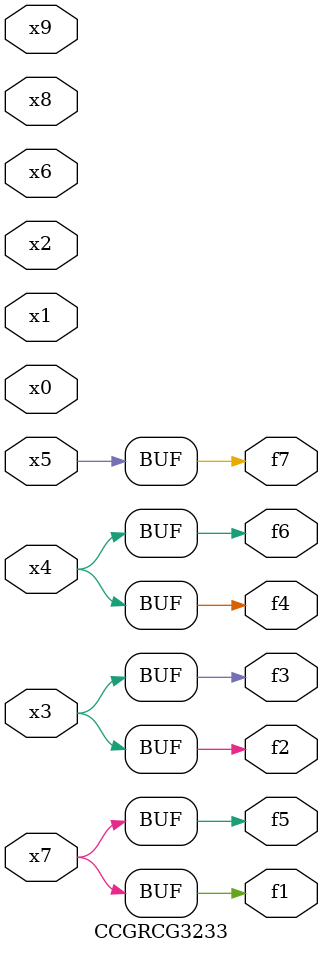
<source format=v>
module CCGRCG3233(
	input x0, x1, x2, x3, x4, x5, x6, x7, x8, x9,
	output f1, f2, f3, f4, f5, f6, f7
);
	assign f1 = x7;
	assign f2 = x3;
	assign f3 = x3;
	assign f4 = x4;
	assign f5 = x7;
	assign f6 = x4;
	assign f7 = x5;
endmodule

</source>
